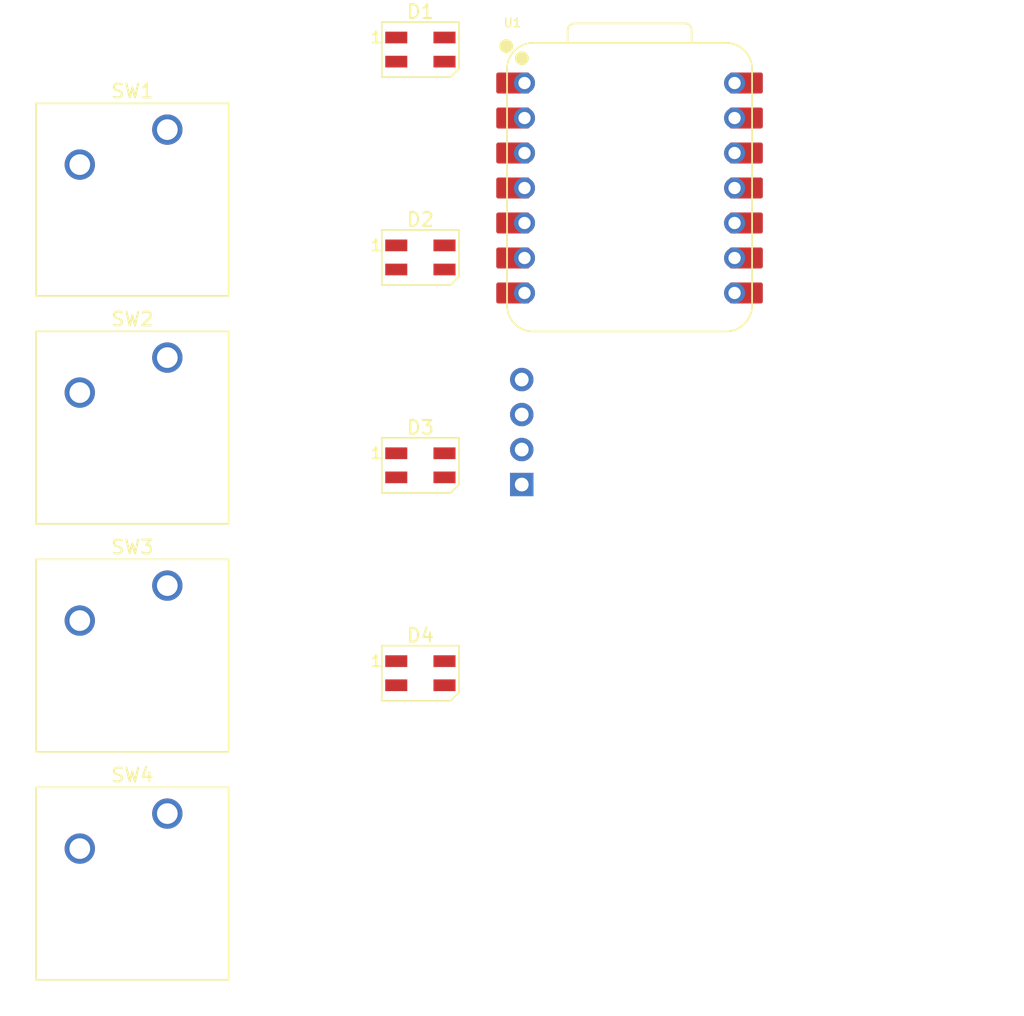
<source format=kicad_pcb>
(kicad_pcb (version 20240108) (generator "pcbnew") (generator_version "8.0")
  (layers (0 "F.Cu" signal) (31 "B.Cu" signal) (34 "B.Paste" user) (35 "F.Paste" user) (36 "B.SilkS" user "B.Silkscreen") (37 "F.SilkS" user "F.Silkscreen") (38 "B.Mask" user) (39 "F.Mask" user) (44 "Edge.Cuts" user))
  (net 0 "")
  (net 1 "Net-(D1-DIN)")
  (net 2 "Net-(D1-DOUT)")
  (net 3 "GND")
  (net 4 "+5V")
  (net 5 "Net-(D2-DOUT)")
  (net 6 "Net-(D3-DOUT)")
  (net 8 "SDA")
  (net 9 "SCL")
  (net 10 "Net-(U1-GPIO26{slash}ADC0{slash}A0)")
  (net 11 "Net-(U1-GPIO27{slash}ADC1{slash}A1)")
  (net 12 "Net-(U1-GPIO28{slash}ADC2{slash}A2)")
  (net 13 "Net-(U1-GPIO29{slash}ADC3{slash}A3)")
  (footprint "Button_Switch_Keyboard:SW_Cherry_MX_1.00u_PCB" (layer "F.Cu") (at 63.509 109.2905)
    (property "Reference" "SW4" (at -2.54 -2.794 0) (layer "F.SilkS"))
    (property "Value" "SW_Push")
    (fp_line (start -9.525 -1.905) (end 4.445 -1.905) (stroke (width 0.12)) (layer "F.SilkS"))
    (fp_line (start -9.525 12.065) (end -9.525 -1.905) (stroke (width 0.12)) (layer "F.SilkS"))
    (fp_line (start 4.445 -1.905) (end 4.445 12.065) (stroke (width 0.12)) (layer "F.SilkS"))
    (fp_line (start 4.445 12.065) (end -9.525 12.065) (stroke (width 0.12)) (layer "F.SilkS"))
    (pad "" np_thru_hole circle (at -7.62 5.08) (size 1.7 1.7) (drill 1.7) (layers "*.Cu" "*.Mask"))
    (pad "" np_thru_hole circle (at -2.54 5.08) (size 4 4) (drill 4) (layers "*.Cu" "*.Mask"))
    (pad "" np_thru_hole circle (at 2.54 5.08) (size 1.7 1.7) (drill 1.7) (layers "*.Cu" "*.Mask"))
    (pad "1" thru_hole circle (at 0 0) (size 2.2 2.2) (drill 1.5) (layers "*.Cu" "*.Mask") (net 3 "GND"))
    (pad "2" thru_hole circle (at -6.35 2.54) (size 2.2 2.2) (drill 1.5) (layers "*.Cu" "*.Mask") (net 13 "Net-(U1-GPIO29{slash}ADC3{slash}A3)"))
  )
  (footprint "Button_Switch_Keyboard:SW_Cherry_MX_1.00u_PCB" (layer "F.Cu") (at 63.509 92.7405)
    (property "Reference" "SW3" (at -2.54 -2.794 0) (layer "F.SilkS"))
    (property "Value" "SW_Push")
    (fp_line (start -9.525 -1.905) (end 4.445 -1.905) (stroke (width 0.12)) (layer "F.SilkS"))
    (fp_line (start -9.525 12.065) (end -9.525 -1.905) (stroke (width 0.12)) (layer "F.SilkS"))
    (fp_line (start 4.445 -1.905) (end 4.445 12.065) (stroke (width 0.12)) (layer "F.SilkS"))
    (fp_line (start 4.445 12.065) (end -9.525 12.065) (stroke (width 0.12)) (layer "F.SilkS"))
    (pad "" np_thru_hole circle (at -7.62 5.08) (size 1.7 1.7) (drill 1.7) (layers "*.Cu" "*.Mask"))
    (pad "" np_thru_hole circle (at -2.54 5.08) (size 4 4) (drill 4) (layers "*.Cu" "*.Mask"))
    (pad "" np_thru_hole circle (at 2.54 5.08) (size 1.7 1.7) (drill 1.7) (layers "*.Cu" "*.Mask"))
    (pad "1" thru_hole circle (at 0 0) (size 2.2 2.2) (drill 1.5) (layers "*.Cu" "*.Mask") (net 3 "GND"))
    (pad "2" thru_hole circle (at -6.35 2.54) (size 2.2 2.2) (drill 1.5) (layers "*.Cu" "*.Mask") (net 12 "Net-(U1-GPIO28{slash}ADC2{slash}A2)"))
  )
  (footprint "Button_Switch_Keyboard:SW_Cherry_MX_1.00u_PCB" (layer "F.Cu") (at 63.509 76.1905)
    (property "Reference" "SW2" (at -2.54 -2.794 0) (layer "F.SilkS"))
    (property "Value" "SW_Push")
    (fp_line (start -9.525 -1.905) (end 4.445 -1.905) (stroke (width 0.12)) (layer "F.SilkS"))
    (fp_line (start -9.525 12.065) (end -9.525 -1.905) (stroke (width 0.12)) (layer "F.SilkS"))
    (fp_line (start 4.445 -1.905) (end 4.445 12.065) (stroke (width 0.12)) (layer "F.SilkS"))
    (fp_line (start 4.445 12.065) (end -9.525 12.065) (stroke (width 0.12)) (layer "F.SilkS"))
    (pad "" np_thru_hole circle (at -7.62 5.08) (size 1.7 1.7) (drill 1.7) (layers "*.Cu" "*.Mask"))
    (pad "" np_thru_hole circle (at -2.54 5.08) (size 4 4) (drill 4) (layers "*.Cu" "*.Mask"))
    (pad "" np_thru_hole circle (at 2.54 5.08) (size 1.7 1.7) (drill 1.7) (layers "*.Cu" "*.Mask"))
    (pad "1" thru_hole circle (at 0 0) (size 2.2 2.2) (drill 1.5) (layers "*.Cu" "*.Mask") (net 3 "GND"))
    (pad "2" thru_hole circle (at -6.35 2.54) (size 2.2 2.2) (drill 1.5) (layers "*.Cu" "*.Mask") (net 11 "Net-(U1-GPIO27{slash}ADC1{slash}A1)"))
  )
  (footprint "LED_SMD:LED_SK6812MINI_PLCC4_3.5x3.5mm_P1.75mm" (layer "F.Cu") (at 81.869 53.8305)
    (property "Reference" "D1" (at 0 -2.75 0) (layer "F.SilkS"))
    (property "Value" "SK6812MINI")
    (fp_line (start -2.8 -2) (end -2.8 2) (stroke (width 0.12)) (layer "F.SilkS"))
    (fp_line (start -2.8 -2) (end 2.8 -2) (stroke (width 0.12)) (layer "F.SilkS"))
    (fp_line (start -2.8 2) (end 2.2 2) (stroke (width 0.12)) (layer "F.SilkS"))
    (fp_line (start 2.8 1.4) (end 2.2 2) (stroke (width 0.12)) (layer "F.SilkS"))
    (fp_line (start 2.8 1.4) (end 2.8 -2) (stroke (width 0.12)) (layer "F.SilkS"))
    (fp_text user "1" (at -3.2 -0.875 0) (layer "F.SilkS") (effects (font (size 0.8 0.8))))
    (pad "1" smd rect (at -1.75 -0.875) (size 1.6 0.85) (layers "F.Cu" "F.Paste" "F.Mask") (net 2 "Net-(D1-DOUT)"))
    (pad "2" smd rect (at -1.75 0.875) (size 1.6 0.85) (layers "F.Cu" "F.Paste" "F.Mask") (net 3 "GND"))
    (pad "3" smd rect (at 1.75 0.875) (size 1.6 0.85) (layers "F.Cu" "F.Paste" "F.Mask") (net 1 "Net-(D1-DIN)"))
    (pad "4" smd rect (at 1.75 -0.875) (size 1.6 0.85) (layers "F.Cu" "F.Paste" "F.Mask") (net 4 "+5V"))
  )
  (footprint "LED_SMD:LED_SK6812MINI_PLCC4_3.5x3.5mm_P1.75mm" (layer "F.Cu") (at 81.869 99.1005)
    (property "Reference" "D4" (at 0 -2.75 0) (layer "F.SilkS"))
    (property "Value" "SK6812MINI")
    (fp_line (start -2.8 -2) (end -2.8 2) (stroke (width 0.12)) (layer "F.SilkS"))
    (fp_line (start -2.8 -2) (end 2.8 -2) (stroke (width 0.12)) (layer "F.SilkS"))
    (fp_line (start -2.8 2) (end 2.2 2) (stroke (width 0.12)) (layer "F.SilkS"))
    (fp_line (start 2.8 1.4) (end 2.2 2) (stroke (width 0.12)) (layer "F.SilkS"))
    (fp_line (start 2.8 1.4) (end 2.8 -2) (stroke (width 0.12)) (layer "F.SilkS"))
    (fp_text user "1" (at -3.2 -0.875 0) (layer "F.SilkS") (effects (font (size 0.8 0.8))))
    (pad "1" smd rect (at -1.75 -0.875) (size 1.6 0.85) (layers "F.Cu" "F.Paste" "F.Mask"))
    (pad "2" smd rect (at -1.75 0.875) (size 1.6 0.85) (layers "F.Cu" "F.Paste" "F.Mask") (net 3 "GND"))
    (pad "3" smd rect (at 1.75 0.875) (size 1.6 0.85) (layers "F.Cu" "F.Paste" "F.Mask") (net 6 "Net-(D3-DOUT)"))
    (pad "4" smd rect (at 1.75 -0.875) (size 1.6 0.85) (layers "F.Cu" "F.Paste" "F.Mask") (net 4 "+5V"))
  )
  (footprint "Button_Switch_Keyboard:SW_Cherry_MX_1.00u_PCB" (layer "F.Cu") (at 63.509 59.6405)
    (property "Reference" "SW1" (at -2.54 -2.794 0) (layer "F.SilkS"))
    (property "Value" "SW_Push")
    (fp_line (start -9.525 -1.905) (end 4.445 -1.905) (stroke (width 0.12)) (layer "F.SilkS"))
    (fp_line (start -9.525 12.065) (end -9.525 -1.905) (stroke (width 0.12)) (layer "F.SilkS"))
    (fp_line (start 4.445 -1.905) (end 4.445 12.065) (stroke (width 0.12)) (layer "F.SilkS"))
    (fp_line (start 4.445 12.065) (end -9.525 12.065) (stroke (width 0.12)) (layer "F.SilkS"))
    (pad "" np_thru_hole circle (at -7.62 5.08) (size 1.7 1.7) (drill 1.7) (layers "*.Cu" "*.Mask"))
    (pad "" np_thru_hole circle (at -2.54 5.08) (size 4 4) (drill 4) (layers "*.Cu" "*.Mask"))
    (pad "" np_thru_hole circle (at 2.54 5.08) (size 1.7 1.7) (drill 1.7) (layers "*.Cu" "*.Mask"))
    (pad "1" thru_hole circle (at 0 0) (size 2.2 2.2) (drill 1.5) (layers "*.Cu" "*.Mask") (net 3 "GND"))
    (pad "2" thru_hole circle (at -6.35 2.54) (size 2.2 2.2) (drill 1.5) (layers "*.Cu" "*.Mask") (net 10 "Net-(U1-GPIO26{slash}ADC0{slash}A0)"))
  )
  (footprint "ScottoKeebs_Components:OLED_128x32" (layer "F.Cu") (at 87.624 75.6055)
    (property "Reference" "J1" (hide yes))
    (property "Value" "OLED_128x32")
    (pad "1" thru_hole rect (at 1.6 9.8 180) (size 1.7 1.7) (drill 1) (layers "*.Cu" "*.Mask") (net 3 "GND"))
    (pad "2" thru_hole oval (at 1.6 7.26 180) (size 1.7 1.7) (drill 1) (layers "*.Cu" "*.Mask") (net 4 "+5V"))
    (pad "3" thru_hole oval (at 1.6 4.72 180) (size 1.7 1.7) (drill 1) (layers "*.Cu" "*.Mask") (net 9 "SCL"))
    (pad "4" thru_hole oval (at 1.6 2.18 180) (size 1.7 1.7) (drill 1) (layers "*.Cu" "*.Mask") (net 8 "SDA"))
  )
  (footprint "LED_SMD:LED_SK6812MINI_PLCC4_3.5x3.5mm_P1.75mm" (layer "F.Cu") (at 81.869 84.0105)
    (property "Reference" "D3" (at 0 -2.75 0) (layer "F.SilkS"))
    (property "Value" "SK6812MINI")
    (fp_line (start -2.8 -2) (end -2.8 2) (stroke (width 0.12)) (layer "F.SilkS"))
    (fp_line (start -2.8 -2) (end 2.8 -2) (stroke (width 0.12)) (layer "F.SilkS"))
    (fp_line (start -2.8 2) (end 2.2 2) (stroke (width 0.12)) (layer "F.SilkS"))
    (fp_line (start 2.8 1.4) (end 2.2 2) (stroke (width 0.12)) (layer "F.SilkS"))
    (fp_line (start 2.8 1.4) (end 2.8 -2) (stroke (width 0.12)) (layer "F.SilkS"))
    (fp_text user "1" (at -3.2 -0.875 0) (layer "F.SilkS") (effects (font (size 0.8 0.8))))
    (pad "1" smd rect (at -1.75 -0.875) (size 1.6 0.85) (layers "F.Cu" "F.Paste" "F.Mask") (net 6 "Net-(D3-DOUT)"))
    (pad "2" smd rect (at -1.75 0.875) (size 1.6 0.85) (layers "F.Cu" "F.Paste" "F.Mask") (net 3 "GND"))
    (pad "3" smd rect (at 1.75 0.875) (size 1.6 0.85) (layers "F.Cu" "F.Paste" "F.Mask") (net 5 "Net-(D2-DOUT)"))
    (pad "4" smd rect (at 1.75 -0.875) (size 1.6 0.85) (layers "F.Cu" "F.Paste" "F.Mask") (net 4 "+5V"))
  )
  (footprint "OPL:XIAO-RP2040-DIP" (layer "F.Cu") (at 97.045 63.88)
    (property "Reference" "U1" (at -8.5 -12 0) (layer "F.SilkS") (effects (font (size 0.635 0.635) (thickness 0.1016))))
    (property "Value" "XIAO-RP2040-DIP")
    (fp_line (start -8.89 8.509) (end -8.89 -8.636) (stroke (width 0.127)) (layer "F.SilkS"))
    (fp_line (start -6.985 10.414) (end 6.985 10.414) (stroke (width 0.127)) (layer "F.SilkS"))
    (fp_line (start -4.495 -10.541) (end -4.491272 -11.451272) (stroke (width 0.127)) (layer "F.SilkS"))
    (fp_line (start -3.991272 -11.951) (end 4.004 -11.951) (stroke (width 0.127)) (layer "F.SilkS"))
    (fp_line (start 4.504 -11.451) (end 4.504 -10.541) (stroke (width 0.127)) (layer "F.SilkS"))
    (fp_line (start 6.985 -10.541) (end -6.985 -10.541) (stroke (width 0.1)) (layer "F.SilkS"))
    (fp_line (start 6.985 -10.541) (end -6.985 -10.541) (stroke (width 0.127)) (layer "F.SilkS"))
    (fp_line (start 8.89 8.509) (end 8.89 -8.636) (stroke (width 0.127)) (layer "F.SilkS"))
    (fp_arc (start -8.89 -8.636) (mid -8.332038 -9.983038) (end -6.985 -10.541) (stroke (width 0.127)) (layer "F.SilkS"))
    (fp_arc (start -6.985 10.414) (mid -8.332038 9.856038) (end -8.89 8.509) (stroke (width 0.127)) (layer "F.SilkS"))
    (fp_arc (start -4.491272 -11.451272) (mid -4.344724 -11.804644) (end -3.991272 -11.951) (stroke (width 0.127)) (layer "F.SilkS"))
    (fp_arc (start 4.004 -11.951) (mid 4.357553 -11.804553) (end 4.504 -11.451) (stroke (width 0.127)) (layer "F.SilkS"))
    (fp_arc (start 6.985 -10.541) (mid 8.332038 -9.983038) (end 8.89 -8.636) (stroke (width 0.127)) (layer "F.SilkS"))
    (fp_arc (start 8.89 8.509) (mid 8.332038 9.856038) (end 6.985 10.414) (stroke (width 0.127)) (layer "F.SilkS"))
    (fp_circle (center -8.95 -10.3) (end -8.95 -10.554) (stroke (width 0.5)) (fill solid) (layer "F.SilkS"))
    (fp_circle (center -7.807 -9.42) (end -7.807 -9.674) (stroke (width 0.5)) (fill solid) (layer "F.SilkS"))
    (pad "1" smd roundrect (at -8.455 -7.62 180) (size 2.432 1.524) (layers "F.Cu" "F.Mask") (roundrect_rratio 0.1) (net 10 "Net-(U1-GPIO26{slash}ADC0{slash}A0)"))
    (pad "1" thru_hole circle (at -7.62 -7.62 180) (size 1.524 1.524) (drill 0.889) (layers "*.Cu" "*.Mask") (net 10 "Net-(U1-GPIO26{slash}ADC0{slash}A0)"))
    (pad "2" smd roundrect (at -8.455 -5.08 180) (size 2.432 1.524) (layers "F.Cu" "F.Mask") (roundrect_rratio 0.1) (net 11 "Net-(U1-GPIO27{slash}ADC1{slash}A1)"))
    (pad "2" thru_hole circle (at -7.62 -5.08 180) (size 1.524 1.524) (drill 0.889) (layers "*.Cu" "*.Mask") (net 11 "Net-(U1-GPIO27{slash}ADC1{slash}A1)"))
    (pad "3" smd roundrect (at -8.455 -2.54 180) (size 2.432 1.524) (layers "F.Cu" "F.Mask") (roundrect_rratio 0.1) (net 12 "Net-(U1-GPIO28{slash}ADC2{slash}A2)"))
    (pad "3" thru_hole circle (at -7.62 -2.54 180) (size 1.524 1.524) (drill 0.889) (layers "*.Cu" "*.Mask") (net 12 "Net-(U1-GPIO28{slash}ADC2{slash}A2)"))
    (pad "4" smd roundrect (at -8.455 0 180) (size 2.432 1.524) (layers "F.Cu" "F.Mask") (roundrect_rratio 0.1) (net 13 "Net-(U1-GPIO29{slash}ADC3{slash}A3)"))
    (pad "4" thru_hole circle (at -7.62 0 180) (size 1.524 1.524) (drill 0.889) (layers "*.Cu" "*.Mask") (net 13 "Net-(U1-GPIO29{slash}ADC3{slash}A3)"))
    (pad "5" smd roundrect (at -8.455 2.54 180) (size 2.432 1.524) (layers "F.Cu" "F.Mask") (roundrect_rratio 0.1) (net 8 "SDA"))
    (pad "5" thru_hole circle (at -7.62 2.54 180) (size 1.524 1.524) (drill 0.889) (layers "*.Cu" "*.Mask") (net 8 "SDA"))
    (pad "6" smd roundrect (at -8.455 5.08 180) (size 2.432 1.524) (layers "F.Cu" "F.Mask") (roundrect_rratio 0.1) (net 9 "SCL"))
    (pad "6" thru_hole circle (at -7.62 5.08 180) (size 1.524 1.524) (drill 0.889) (layers "*.Cu" "*.Mask") (net 9 "SCL"))
    (pad "7" smd roundrect (at -8.455 7.62 180) (size 2.432 1.524) (layers "F.Cu" "F.Mask") (roundrect_rratio 0.1))
    (pad "7" thru_hole circle (at -7.62 7.62 180) (size 1.524 1.524) (drill 0.889) (layers "*.Cu" "*.Mask"))
    (pad "8" thru_hole circle (at 7.62 7.62) (size 1.524 1.524) (drill 0.889) (layers "*.Cu" "*.Mask") (net 1 "Net-(D1-DIN)"))
    (pad "8" smd roundrect (at 8.455 7.62) (size 2.432 1.524) (layers "F.Cu" "F.Mask") (roundrect_rratio 0.1) (net 1 "Net-(D1-DIN)"))
    (pad "9" thru_hole circle (at 7.62 5.08) (size 1.524 1.524) (drill 0.889) (layers "*.Cu" "*.Mask"))
    (pad "9" smd roundrect (at 8.455 5.08) (size 2.432 1.524) (layers "F.Cu" "F.Mask") (roundrect_rratio 0.1))
    (pad "10" thru_hole circle (at 7.62 2.54) (size 1.524 1.524) (drill 0.889) (layers "*.Cu" "*.Mask"))
    (pad "10" smd roundrect (at 8.455 2.54) (size 2.432 1.524) (layers "F.Cu" "F.Mask") (roundrect_rratio 0.1))
    (pad "11" thru_hole circle (at 7.62 0) (size 1.524 1.524) (drill 0.889) (layers "*.Cu" "*.Mask"))
    (pad "11" smd roundrect (at 8.455 0) (size 2.432 1.524) (layers "F.Cu" "F.Mask") (roundrect_rratio 0.1))
    (pad "12" thru_hole circle (at 7.62 -2.54) (size 1.524 1.524) (drill 0.889) (layers "*.Cu" "*.Mask"))
    (pad "12" smd roundrect (at 8.455 -2.54) (size 2.432 1.524) (layers "F.Cu" "F.Mask") (roundrect_rratio 0.1))
    (pad "13" thru_hole circle (at 7.62 -5.08) (size 1.524 1.524) (drill 0.889) (layers "*.Cu" "*.Mask") (net 3 "GND"))
    (pad "13" smd roundrect (at 8.455 -5.08) (size 2.432 1.524) (layers "F.Cu" "F.Mask") (roundrect_rratio 0.1) (net 3 "GND"))
    (pad "14" thru_hole circle (at 7.62 -7.62) (size 1.524 1.524) (drill 0.889) (layers "*.Cu" "*.Mask") (net 4 "+5V"))
    (pad "14" smd roundrect (at 8.455 -7.62) (size 2.432 1.524) (layers "F.Cu" "F.Mask") (roundrect_rratio 0.1) (net 4 "+5V"))
  )
  (footprint "LED_SMD:LED_SK6812MINI_PLCC4_3.5x3.5mm_P1.75mm" (layer "F.Cu") (at 81.869 68.9205)
    (property "Reference" "D2" (at 0 -2.75 0) (layer "F.SilkS"))
    (property "Value" "SK6812MINI")
    (fp_line (start -2.8 -2) (end -2.8 2) (stroke (width 0.12)) (layer "F.SilkS"))
    (fp_line (start -2.8 -2) (end 2.8 -2) (stroke (width 0.12)) (layer "F.SilkS"))
    (fp_line (start -2.8 2) (end 2.2 2) (stroke (width 0.12)) (layer "F.SilkS"))
    (fp_line (start 2.8 1.4) (end 2.2 2) (stroke (width 0.12)) (layer "F.SilkS"))
    (fp_line (start 2.8 1.4) (end 2.8 -2) (stroke (width 0.12)) (layer "F.SilkS"))
    (fp_text user "1" (at -3.2 -0.875 0) (layer "F.SilkS") (effects (font (size 0.8 0.8))))
    (pad "1" smd rect (at -1.75 -0.875) (size 1.6 0.85) (layers "F.Cu" "F.Paste" "F.Mask") (net 5 "Net-(D2-DOUT)"))
    (pad "2" smd rect (at -1.75 0.875) (size 1.6 0.85) (layers "F.Cu" "F.Paste" "F.Mask") (net 3 "GND"))
    (pad "3" smd rect (at 1.75 0.875) (size 1.6 0.85) (layers "F.Cu" "F.Paste" "F.Mask") (net 2 "Net-(D1-DOUT)"))
    (pad "4" smd rect (at 1.75 -0.875) (size 1.6 0.85) (layers "F.Cu" "F.Paste" "F.Mask") (net 4 "+5V"))
  )
)
</source>
